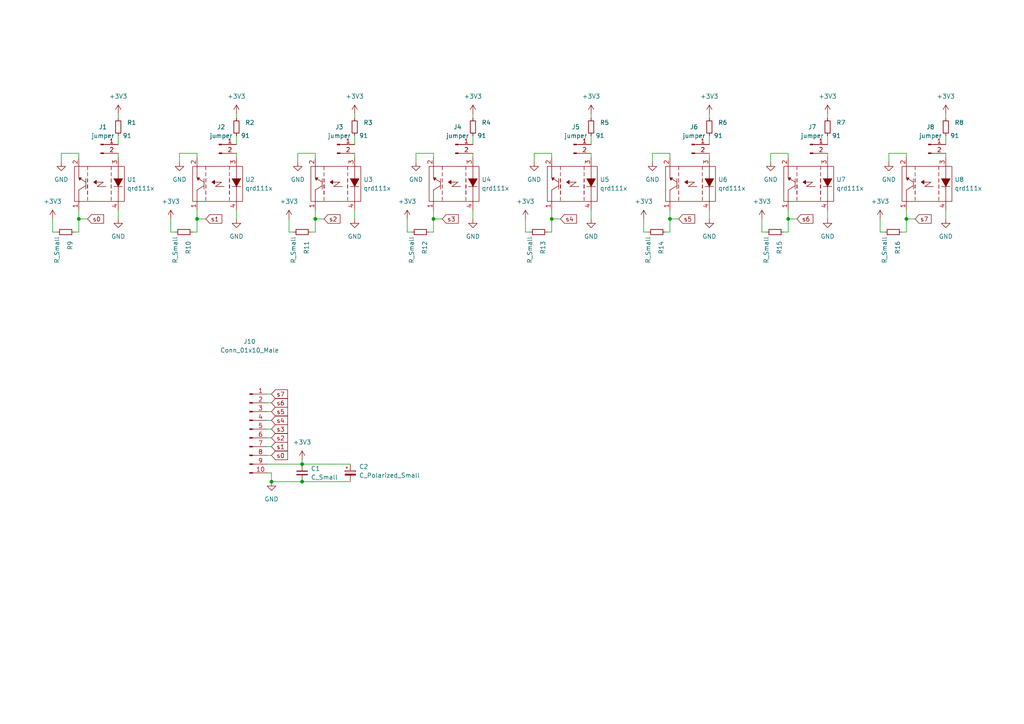
<source format=kicad_sch>
(kicad_sch (version 20211123) (generator eeschema)
  (paper "A4")
  (title_block (title "Line follower sensor qrd1114") (date "2022-07-07") (rev "0.1") (company "Solsticio") (comment 1 "mail: felipe.guajardo@solstic.io") (comment 2 "EE : Felipe Guajargo"))
  (lib_symbols
    (symbol "Connector:Conn_01x02_Male" (pin_names (offset 1.016) hide)
      (property "Reference" "J" (at 0 2.54 0))
      (property "Value" "Conn_01x02_Male" (at 0 -5.08 0))
      (symbol "Conn_01x02_Male_1_1"
        (polyline (pts (xy 1.27 -2.54) (xy 0.8636 -2.54)) (stroke (width 0.1524)))
        (polyline (pts (xy 1.27 0) (xy 0.8636 0)) (stroke (width 0.1524)))
        (rectangle (start 0.8636 -2.413) (end 0 -2.667) (stroke (width 0.1524)) (fill (type outline)))
        (rectangle (start 0.8636 0.127) (end 0 -0.127) (stroke (width 0.1524)) (fill (type outline)))
        (pin passive line (at 5.08 0 180) (length 3.81) (name "Pin_1") (number "1"))
        (pin passive line (at 5.08 -2.54 180) (length 3.81) (name "Pin_2") (number "2"))
      )
    )
    (symbol "Connector:Conn_01x10_Male" (pin_names (offset 1.016) hide)
      (property "Reference" "J" (at 0 12.7 0))
      (property "Value" "Conn_01x10_Male" (at 0 -15.24 0))
      (symbol "Conn_01x10_Male_1_1"
        (polyline (pts (xy 1.27 -12.7) (xy 0.8636 -12.7)) (stroke (width 0.1524)))
        (polyline (pts (xy 1.27 -10.16) (xy 0.8636 -10.16)) (stroke (width 0.1524)))
        (polyline (pts (xy 1.27 -7.62) (xy 0.8636 -7.62)) (stroke (width 0.1524)))
        (polyline (pts (xy 1.27 -5.08) (xy 0.8636 -5.08)) (stroke (width 0.1524)))
        (polyline (pts (xy 1.27 -2.54) (xy 0.8636 -2.54)) (stroke (width 0.1524)))
        (polyline (pts (xy 1.27 0) (xy 0.8636 0)) (stroke (width 0.1524)))
        (polyline (pts (xy 1.27 2.54) (xy 0.8636 2.54)) (stroke (width 0.1524)))
        (polyline (pts (xy 1.27 5.08) (xy 0.8636 5.08)) (stroke (width 0.1524)))
        (polyline (pts (xy 1.27 7.62) (xy 0.8636 7.62)) (stroke (width 0.1524)))
        (polyline (pts (xy 1.27 10.16) (xy 0.8636 10.16)) (stroke (width 0.1524)))
        (rectangle (start 0.8636 -12.573) (end 0 -12.827) (stroke (width 0.1524)) (fill (type outline)))
        (rectangle (start 0.8636 -10.033) (end 0 -10.287) (stroke (width 0.1524)) (fill (type outline)))
        (rectangle (start 0.8636 -7.493) (end 0 -7.747) (stroke (width 0.1524)) (fill (type outline)))
        (rectangle (start 0.8636 -4.953) (end 0 -5.207) (stroke (width 0.1524)) (fill (type outline)))
        (rectangle (start 0.8636 -2.413) (end 0 -2.667) (stroke (width 0.1524)) (fill (type outline)))
        (rectangle (start 0.8636 0.127) (end 0 -0.127) (stroke (width 0.1524)) (fill (type outline)))
        (rectangle (start 0.8636 2.667) (end 0 2.413) (stroke (width 0.1524)) (fill (type outline)))
        (rectangle (start 0.8636 5.207) (end 0 4.953) (stroke (width 0.1524)) (fill (type outline)))
        (rectangle (start 0.8636 7.747) (end 0 7.493) (stroke (width 0.1524)) (fill (type outline)))
        (rectangle (start 0.8636 10.287) (end 0 10.033) (stroke (width 0.1524)) (fill (type outline)))
        (pin passive line (at 5.08 10.16 180) (length 3.81) (name "Pin_1") (number "1"))
        (pin passive line (at 5.08 -12.7 180) (length 3.81) (name "Pin_10") (number "10"))
        (pin passive line (at 5.08 7.62 180) (length 3.81) (name "Pin_2") (number "2"))
        (pin passive line (at 5.08 5.08 180) (length 3.81) (name "Pin_3") (number "3"))
        (pin passive line (at 5.08 2.54 180) (length 3.81) (name "Pin_4") (number "4"))
        (pin passive line (at 5.08 0 180) (length 3.81) (name "Pin_5") (number "5"))
        (pin passive line (at 5.08 -2.54 180) (length 3.81) (name "Pin_6") (number "6"))
        (pin passive line (at 5.08 -5.08 180) (length 3.81) (name "Pin_7") (number "7"))
        (pin passive line (at 5.08 -7.62 180) (length 3.81) (name "Pin_8") (number "8"))
        (pin passive line (at 5.08 -10.16 180) (length 3.81) (name "Pin_9") (number "9"))
      )
    )
    (symbol "Device:C_Polarized_Small" (pin_numbers hide) (pin_names (offset 0.254) hide)
      (property "Reference" "C" (at 0.254 1.778 0))
      (property "Value" "C_Polarized_Small" (at 0.254 -2.032 0))
      (symbol "C_Polarized_Small_0_1"
        (rectangle (start -1.524 -0.3048) (end 1.524 -0.6858) (fill (type outline)))
        (rectangle (start -1.524 0.6858) (end 1.524 0.3048))
        (polyline (pts (xy -1.27 1.524) (xy -0.762 1.524)))
        (polyline (pts (xy -1.016 1.27) (xy -1.016 1.778)))
      )
      (symbol "C_Polarized_Small_1_1"
        (pin passive line (at 0 2.54 270) (length 1.8542) (name "~") (number "1"))
        (pin passive line (at 0 -2.54 90) (length 1.8542) (name "~") (number "2"))
      )
    )
    (symbol "Device:C_Small" (pin_numbers hide) (pin_names (offset 0.254) hide)
      (property "Reference" "C" (at 0.254 1.778 0))
      (property "Value" "C_Small" (at 0.254 -2.032 0))
      (symbol "C_Small_0_1"
        (polyline (pts (xy -1.524 -0.508) (xy 1.524 -0.508)) (stroke (width 0.3302)))
        (polyline (pts (xy -1.524 0.508) (xy 1.524 0.508)) (stroke (width 0.3048)))
      )
      (symbol "C_Small_1_1"
        (pin passive line (at 0 2.54 270) (length 2.032) (name "~") (number "1"))
        (pin passive line (at 0 -2.54 90) (length 2.032) (name "~") (number "2"))
      )
    )
    (symbol "Device:R_Small" (pin_numbers hide) (pin_names (offset 0.254) hide)
      (property "Reference" "R" (at 0.762 0.508 0))
      (property "Value" "R_Small" (at 0.762 -1.016 0))
      (symbol "R_Small_0_1"
        (rectangle (start -0.762 1.778) (end 0.762 -1.778) (stroke (width 0.2032)))
      )
      (symbol "R_Small_1_1"
        (pin passive line (at 0 2.54 270) (length 0.762) (name "~") (number "1"))
        (pin passive line (at 0 -2.54 90) (length 0.762) (name "~") (number "2"))
      )
    )
    (symbol "power:+3V3" (power) (pin_names (offset 0))
      (property "Value" "+3V3" (at 0 3.556 0))
      (symbol "+3V3_0_1"
        (polyline (pts (xy -0.762 1.27) (xy 0 2.54)))
        (polyline (pts (xy 0 0) (xy 0 2.54)))
        (polyline (pts (xy 0 2.54) (xy 0.762 1.27)))
      )
      (symbol "+3V3_1_1"
        (pin power_in line (at 0 0 90) (length 0) hide (name "+3V3") (number "1"))
      )
    )
    (symbol "power:GND" (power) (pin_names (offset 0))
      (property "Value" "GND" (at 0 -3.81 0))
      (symbol "GND_0_1"
        (polyline (pts (xy 0 0) (xy 0 -1.27) (xy 1.27 -1.27) (xy 0 -2.54) (xy -1.27 -1.27) (xy 0 -1.27)))
      )
      (symbol "GND_1_1"
        (pin power_in line (at 0 0 270) (length 0) hide (name "GND") (number "1"))
      )
    )
    (symbol "qrd_on_semi:qrd111x"
      (property "Reference" "U" (at -3.81 -6.35 0))
      (property "Value" "qrd111x" (at 0 6.35 0))
      (symbol "qrd111x_0_1"
        (rectangle (start -7.62 5.08) (end 6.858 -5.08))
        (polyline (pts (xy -6.35 -1.778) (xy -6.35 -5.08)))
        (polyline (pts (xy -6.35 -1.778) (xy -4.318 -0.508)))
        (polyline (pts (xy -6.35 1.778) (xy -4.318 0.508)))
        (polyline (pts (xy -6.35 5.08) (xy -6.35 1.778)))
        (polyline (pts (xy -4.318 0) (xy -4.318 -1.524)))
        (polyline (pts (xy -4.318 0) (xy -4.318 1.524)))
        (polyline (pts (xy 5.08 5.08) (xy 5.08 -5.08)))
        (polyline (pts (xy 6.35 -0.762) (xy 3.81 -0.762)))
        (polyline (pts (xy -3.81 -3.81) (xy -3.81 -4.826) (xy -3.81 -4.572)))
        (polyline (pts (xy -3.81 -2.032) (xy -3.81 -3.048) (xy -3.81 -2.794)))
        (polyline (pts (xy -3.81 -2.032) (xy -3.81 -3.048) (xy -3.81 -2.794)))
        (polyline (pts (xy -3.81 -0.254) (xy -3.81 -1.27) (xy -3.81 -1.016)))
        (polyline (pts (xy -3.81 -0.254) (xy -3.81 -1.27) (xy -3.81 -1.016)))
        (polyline (pts (xy -3.81 -0.254) (xy -3.81 -1.27) (xy -3.81 -1.016)))
        (polyline (pts (xy -3.81 1.524) (xy -3.81 0.508) (xy -3.81 0.762)))
        (polyline (pts (xy -3.81 1.524) (xy -3.81 0.508) (xy -3.81 0.762)))
        (polyline (pts (xy -3.81 3.302) (xy -3.81 2.286) (xy -3.81 2.54)))
        (polyline (pts (xy -3.81 5.08) (xy -3.81 4.064) (xy -3.81 4.318)))
        (polyline (pts (xy 3.048 -3.81) (xy 3.048 -4.826) (xy 3.048 -4.572)))
        (polyline (pts (xy 3.048 -2.032) (xy 3.048 -3.048) (xy 3.048 -2.794)))
        (polyline (pts (xy 3.048 -2.032) (xy 3.048 -3.048) (xy 3.048 -2.794)))
        (polyline (pts (xy 3.048 -0.254) (xy 3.048 -1.27) (xy 3.048 -1.016)))
        (polyline (pts (xy 3.048 -0.254) (xy 3.048 -1.27) (xy 3.048 -1.016)))
        (polyline (pts (xy 3.048 -0.254) (xy 3.048 -1.27) (xy 3.048 -1.016)))
        (polyline (pts (xy 3.048 1.524) (xy 3.048 0.508) (xy 3.048 0.762)))
        (polyline (pts (xy 3.048 1.524) (xy 3.048 0.508) (xy 3.048 0.762)))
        (polyline (pts (xy 3.048 3.302) (xy 3.048 2.286) (xy 3.048 2.54)))
        (polyline (pts (xy 3.048 5.08) (xy 3.048 4.064) (xy 3.048 4.318)))
        (polyline (pts (xy -6.35 1.778) (xy -5.588 1.778) (xy -6.096 1.016) (xy -6.35 1.778)) (fill (type outline)))
        (polyline (pts (xy -1.27 1.016) (xy -2.032 0.508) (xy -1.27 0) (xy -1.27 1.016)) (fill (type outline)))
        (polyline (pts (xy 3.81 1.524) (xy 6.35 1.524) (xy 5.08 -0.762) (xy 3.81 1.524)) (fill (type outline)))
        (polyline (pts (xy 1.524 -0.762) (xy -1.016 -0.762) (xy 0.762 0.508) (xy -2.032 0.508) (xy -1.27 1.016) (xy -1.27 0) (xy -2.032 0.508)))
      )
      (symbol "qrd111x_1_1"
        (pin input line (at -6.35 -7.62 90) (length 2.54) (name "") (number "1"))
        (pin input line (at -6.35 7.62 270) (length 2.54) (name "") (number "2"))
        (pin input line (at 5.08 7.62 270) (length 2.54) (name "") (number "3"))
        (pin input line (at 5.08 -7.62 90) (length 2.54) (name "") (number "4"))
      )
    )
  )
  (junction (at 228.6 63.5))
  (junction (at 160.02 63.5))
  (junction (at 87.63 134.62))
  (junction (at 262.89 63.5))
  (junction (at 78.74 139.7))
  (junction (at 125.73 63.5))
  (junction (at 57.15 63.5))
  (junction (at 91.44 63.5))
  (junction (at 194.31 63.5))
  (junction (at 22.86 63.5))
  (junction (at 87.63 139.7))
  (wire (pts (xy 240.03 60.96) (xy 240.03 63.5)))
  (wire (pts (xy 50.8 67.31) (xy 49.53 67.31)))
  (wire (pts (xy 21.59 67.31) (xy 22.86 67.31)))
  (wire (pts (xy 77.47 134.62) (xy 87.63 134.62)))
  (wire (pts (xy 196.85 63.5) (xy 194.31 63.5)))
  (wire (pts (xy 52.07 44.45) (xy 57.15 44.45)))
  (wire (pts (xy 77.47 137.16) (xy 78.74 137.16)))
  (wire (pts (xy 205.74 60.96) (xy 205.74 63.5)))
  (wire (pts (xy 22.86 63.5) (xy 22.86 60.96)))
  (wire (pts (xy 137.16 60.96) (xy 137.16 63.5)))
  (wire (pts (xy 154.94 44.45) (xy 160.02 44.45)))
  (wire (pts (xy 34.29 33.02) (xy 34.29 34.29)))
  (wire (pts (xy 256.54 67.31) (xy 255.27 67.31)))
  (wire (pts (xy 160.02 67.31) (xy 160.02 63.5)))
  (wire (pts (xy 78.74 139.7) (xy 87.63 139.7)))
  (wire (pts (xy 86.36 44.45) (xy 91.44 44.45)))
  (wire (pts (xy 125.73 44.45) (xy 125.73 45.72)))
  (wire (pts (xy 228.6 63.5) (xy 228.6 60.96)))
  (wire (pts (xy 153.67 67.31) (xy 152.4 67.31)))
  (wire (pts (xy 261.62 67.31) (xy 262.89 67.31)))
  (wire (pts (xy 125.73 63.5) (xy 125.73 60.96)))
  (wire (pts (xy 87.63 134.62) (xy 101.6 134.62)))
  (wire (pts (xy 34.29 39.37) (xy 34.29 41.91)))
  (wire (pts (xy 274.32 60.96) (xy 274.32 63.5)))
  (wire (pts (xy 137.16 44.45) (xy 137.16 45.72)))
  (wire (pts (xy 223.52 44.45) (xy 228.6 44.45)))
  (wire (pts (xy 205.74 33.02) (xy 205.74 34.29)))
  (wire (pts (xy 222.25 67.31) (xy 220.98 67.31)))
  (wire (pts (xy 102.87 44.45) (xy 102.87 45.72)))
  (wire (pts (xy 17.78 44.45) (xy 22.86 44.45)))
  (wire (pts (xy 102.87 60.96) (xy 102.87 63.5)))
  (wire (pts (xy 55.88 67.31) (xy 57.15 67.31)))
  (wire (pts (xy 90.17 67.31) (xy 91.44 67.31)))
  (wire (pts (xy 120.65 44.45) (xy 125.73 44.45)))
  (wire (pts (xy 257.81 44.45) (xy 257.81 46.99)))
  (wire (pts (xy 274.32 39.37) (xy 274.32 41.91)))
  (wire (pts (xy 205.74 44.45) (xy 205.74 45.72)))
  (wire (pts (xy 93.98 63.5) (xy 91.44 63.5)))
  (wire (pts (xy 227.33 67.31) (xy 228.6 67.31)))
  (wire (pts (xy 223.52 44.45) (xy 223.52 46.99)))
  (wire (pts (xy 16.51 67.31) (xy 15.24 67.31)))
  (wire (pts (xy 194.31 63.5) (xy 194.31 60.96)))
  (wire (pts (xy 120.65 44.45) (xy 120.65 46.99)))
  (wire (pts (xy 91.44 44.45) (xy 91.44 45.72)))
  (wire (pts (xy 228.6 67.31) (xy 228.6 63.5)))
  (wire (pts (xy 57.15 63.5) (xy 57.15 60.96)))
  (wire (pts (xy 34.29 60.96) (xy 34.29 63.5)))
  (wire (pts (xy 125.73 67.31) (xy 125.73 63.5)))
  (wire (pts (xy 262.89 44.45) (xy 262.89 45.72)))
  (wire (pts (xy 137.16 33.02) (xy 137.16 34.29)))
  (wire (pts (xy 274.32 44.45) (xy 274.32 45.72)))
  (wire (pts (xy 91.44 67.31) (xy 91.44 63.5)))
  (wire (pts (xy 77.47 129.54) (xy 78.74 129.54)))
  (wire (pts (xy 265.43 63.5) (xy 262.89 63.5)))
  (wire (pts (xy 34.29 44.45) (xy 34.29 45.72)))
  (wire (pts (xy 262.89 63.5) (xy 262.89 60.96)))
  (wire (pts (xy 59.69 63.5) (xy 57.15 63.5)))
  (wire (pts (xy 77.47 121.92) (xy 78.74 121.92)))
  (wire (pts (xy 77.47 127) (xy 78.74 127)))
  (wire (pts (xy 137.16 39.37) (xy 137.16 41.91)))
  (wire (pts (xy 255.27 67.31) (xy 255.27 63.5)))
  (wire (pts (xy 220.98 67.31) (xy 220.98 63.5)))
  (wire (pts (xy 162.56 63.5) (xy 160.02 63.5)))
  (wire (pts (xy 85.09 67.31) (xy 83.82 67.31)))
  (wire (pts (xy 86.36 44.45) (xy 86.36 46.99)))
  (wire (pts (xy 228.6 44.45) (xy 228.6 45.72)))
  (wire (pts (xy 171.45 44.45) (xy 171.45 45.72)))
  (wire (pts (xy 160.02 63.5) (xy 160.02 60.96)))
  (wire (pts (xy 257.81 44.45) (xy 262.89 44.45)))
  (wire (pts (xy 57.15 67.31) (xy 57.15 63.5)))
  (wire (pts (xy 189.23 44.45) (xy 194.31 44.45)))
  (wire (pts (xy 193.04 67.31) (xy 194.31 67.31)))
  (wire (pts (xy 15.24 67.31) (xy 15.24 63.5)))
  (wire (pts (xy 240.03 44.45) (xy 240.03 45.72)))
  (wire (pts (xy 194.31 67.31) (xy 194.31 63.5)))
  (wire (pts (xy 158.75 67.31) (xy 160.02 67.31)))
  (wire (pts (xy 77.47 132.08) (xy 78.74 132.08)))
  (wire (pts (xy 78.74 137.16) (xy 78.74 139.7)))
  (wire (pts (xy 68.58 39.37) (xy 68.58 41.91)))
  (wire (pts (xy 22.86 67.31) (xy 22.86 63.5)))
  (wire (pts (xy 189.23 44.45) (xy 189.23 46.99)))
  (wire (pts (xy 231.14 63.5) (xy 228.6 63.5)))
  (wire (pts (xy 17.78 44.45) (xy 17.78 46.99)))
  (wire (pts (xy 25.4 63.5) (xy 22.86 63.5)))
  (wire (pts (xy 57.15 44.45) (xy 57.15 45.72)))
  (wire (pts (xy 77.47 124.46) (xy 78.74 124.46)))
  (wire (pts (xy 240.03 33.02) (xy 240.03 34.29)))
  (wire (pts (xy 160.02 44.45) (xy 160.02 45.72)))
  (wire (pts (xy 187.96 67.31) (xy 186.69 67.31)))
  (wire (pts (xy 68.58 60.96) (xy 68.58 63.5)))
  (wire (pts (xy 77.47 116.84) (xy 78.74 116.84)))
  (wire (pts (xy 274.32 33.02) (xy 274.32 34.29)))
  (wire (pts (xy 194.31 44.45) (xy 194.31 45.72)))
  (wire (pts (xy 91.44 63.5) (xy 91.44 60.96)))
  (wire (pts (xy 77.47 119.38) (xy 78.74 119.38)))
  (wire (pts (xy 52.07 44.45) (xy 52.07 46.99)))
  (wire (pts (xy 68.58 33.02) (xy 68.58 34.29)))
  (wire (pts (xy 77.47 114.3) (xy 78.74 114.3)))
  (wire (pts (xy 262.89 67.31) (xy 262.89 63.5)))
  (wire (pts (xy 240.03 39.37) (xy 240.03 41.91)))
  (wire (pts (xy 152.4 67.31) (xy 152.4 63.5)))
  (wire (pts (xy 83.82 67.31) (xy 83.82 63.5)))
  (wire (pts (xy 102.87 33.02) (xy 102.87 34.29)))
  (wire (pts (xy 154.94 44.45) (xy 154.94 46.99)))
  (wire (pts (xy 102.87 39.37) (xy 102.87 41.91)))
  (wire (pts (xy 119.38 67.31) (xy 118.11 67.31)))
  (wire (pts (xy 49.53 67.31) (xy 49.53 63.5)))
  (wire (pts (xy 87.63 133.35) (xy 87.63 134.62)))
  (wire (pts (xy 22.86 44.45) (xy 22.86 45.72)))
  (wire (pts (xy 186.69 67.31) (xy 186.69 63.5)))
  (wire (pts (xy 68.58 44.45) (xy 68.58 45.72)))
  (wire (pts (xy 128.27 63.5) (xy 125.73 63.5)))
  (wire (pts (xy 87.63 139.7) (xy 101.6 139.7)))
  (wire (pts (xy 124.46 67.31) (xy 125.73 67.31)))
  (wire (pts (xy 171.45 33.02) (xy 171.45 34.29)))
  (wire (pts (xy 118.11 67.31) (xy 118.11 63.5)))
  (wire (pts (xy 171.45 39.37) (xy 171.45 41.91)))
  (wire (pts (xy 205.74 39.37) (xy 205.74 41.91)))
  (wire (pts (xy 171.45 60.96) (xy 171.45 63.5)))
  (global_label "s4" (shape input) (at 78.74 121.92 0) (property "Intersheet References" "${INTERSHEET_REFS}" (effects hide)))
  (global_label "s0" (shape input) (at 25.4 63.5 0) (property "Intersheet References" "${INTERSHEET_REFS}" (effects hide)))
  (global_label "s7" (shape input) (at 265.43 63.5 0) (property "Intersheet References" "${INTERSHEET_REFS}" (effects hide)))
  (global_label "s0" (shape input) (at 78.74 132.08 0) (property "Intersheet References" "${INTERSHEET_REFS}" (effects hide)))
  (global_label "s3" (shape input) (at 78.74 124.46 0) (property "Intersheet References" "${INTERSHEET_REFS}" (effects hide)))
  (global_label "s4" (shape input) (at 162.56 63.5 0) (property "Intersheet References" "${INTERSHEET_REFS}" (effects hide)))
  (global_label "s5" (shape input) (at 78.74 119.38 0) (property "Intersheet References" "${INTERSHEET_REFS}" (effects hide)))
  (global_label "s1" (shape input) (at 78.74 129.54 0) (property "Intersheet References" "${INTERSHEET_REFS}" (effects hide)))
  (global_label "s2" (shape input) (at 93.98 63.5 0) (property "Intersheet References" "${INTERSHEET_REFS}" (effects hide)))
  (global_label "s2" (shape input) (at 78.74 127 0) (property "Intersheet References" "${INTERSHEET_REFS}" (effects hide)))
  (global_label "s1" (shape input) (at 59.69 63.5 0) (property "Intersheet References" "${INTERSHEET_REFS}" (effects hide)))
  (global_label "s7" (shape input) (at 78.74 114.3 0) (property "Intersheet References" "${INTERSHEET_REFS}" (effects hide)))
  (global_label "s6" (shape input) (at 231.14 63.5 0) (property "Intersheet References" "${INTERSHEET_REFS}" (effects hide)))
  (global_label "s5" (shape input) (at 196.85 63.5 0) (property "Intersheet References" "${INTERSHEET_REFS}" (effects hide)))
  (global_label "s6" (shape input) (at 78.74 116.84 0) (property "Intersheet References" "${INTERSHEET_REFS}" (effects hide)))
  (global_label "s3" (shape input) (at 128.27 63.5 0) (property "Intersheet References" "${INTERSHEET_REFS}" (effects hide)))
  (symbol (lib_id "power:GND") (at 102.87 63.5 0) (unit 1)
    (property "Reference" "#PWR022" (effects hide))
    (property "Value" "GND" (at 102.87 68.58 0))
  )
  (symbol (lib_id "Device:R_Small") (at 53.34 67.31 270) (unit 1)
    (property "Reference" "R10" (at 54.6101 69.85 0) (effects (justify left)))
    (property "Value" "R_Small" (at 50.8 68.58 0) (effects (justify left)))
    (property "Footprint" "Resistor_SMD:R_0805_2012Metric_Pad1.20x1.40mm_HandSolder" (effects hide))
  )
  (symbol (lib_id "power:GND") (at 189.23 46.99 0) (unit 1)
    (property "Reference" "#PWR014" (effects hide))
    (property "Value" "GND" (at 189.23 52.07 0))
  )
  (symbol (lib_id "power:GND") (at 171.45 63.5 0) (unit 1)
    (property "Reference" "#PWR026" (effects hide))
    (property "Value" "GND" (at 171.45 68.58 0))
  )
  (symbol (lib_id "Device:R_Small") (at 137.16 36.83 0) (unit 1)
    (property "Reference" "R4" (at 139.7 35.5599 0) (effects (justify left)))
    (property "Value" "91" (at 138.43 39.37 0) (effects (justify left)))
    (property "Footprint" "Resistor_SMD:R_0805_2012Metric_Pad1.20x1.40mm_HandSolder" (effects hide))
  )
  (symbol (lib_id "power:+3V3") (at 255.27 63.5 0) (unit 1)
    (property "Reference" "#PWR031" (effects hide))
    (property "Value" "+3V3" (at 255.27 58.42 0))
  )
  (symbol (lib_id "Device:R_Small") (at 171.45 36.83 0) (unit 1)
    (property "Reference" "R5" (at 173.99 35.5599 0) (effects (justify left)))
    (property "Value" "91" (at 172.72 39.37 0) (effects (justify left)))
    (property "Footprint" "Resistor_SMD:R_0805_2012Metric_Pad1.20x1.40mm_HandSolder" (effects hide))
  )
  (symbol (lib_id "Connector:Conn_01x02_Male") (at 234.95 41.91 0) (unit 1)
    (property "Reference" "J7" (at 235.585 36.83 0))
    (property "Value" "jumper" (at 235.585 39.37 0))
    (property "Footprint" "Connector_PinSocket_2.54mm:PinSocket_1x02_P2.54mm_Vertical" (effects hide))
  )
  (symbol (lib_id "Device:R_Small") (at 19.05 67.31 270) (unit 1)
    (property "Reference" "R9" (at 20.3201 69.85 0) (effects (justify left)))
    (property "Value" "R_Small" (at 16.51 68.58 0) (effects (justify left)))
    (property "Footprint" "Resistor_SMD:R_0805_2012Metric_Pad1.20x1.40mm_HandSolder" (effects hide))
  )
  (symbol (lib_id "power:GND") (at 34.29 63.5 0) (unit 1)
    (property "Reference" "#PWR018" (effects hide))
    (property "Value" "GND" (at 34.29 68.58 0))
  )
  (symbol (lib_id "Device:R_Small") (at 34.29 36.83 0) (unit 1)
    (property "Reference" "R1" (at 36.83 35.5599 0) (effects (justify left)))
    (property "Value" "91" (at 35.56 39.37 0) (effects (justify left)))
    (property "Footprint" "Resistor_SMD:R_0805_2012Metric_Pad1.20x1.40mm_HandSolder" (effects hide))
  )
  (symbol (lib_id "qrd_on_semi:qrd111x") (at 63.5 53.34 0) (unit 1)
    (property "Reference" "U2" (at 71.12 52.0699 0) (effects (justify left)))
    (property "Value" "qrd111x" (at 71.12 54.6099 0) (effects (justify left)))
    (property "Footprint" "qrd111x:qrd111x" (effects hide))
  )
  (symbol (lib_id "power:+3V3") (at 87.63 133.35 0) (unit 1)
    (property "Reference" "#PWR037" (effects hide))
    (property "Value" "+3V3" (at 87.63 128.27 0))
  )
  (symbol (lib_id "Device:R_Small") (at 259.08 67.31 270) (unit 1)
    (property "Reference" "R16" (at 260.3501 69.85 0) (effects (justify left)))
    (property "Value" "R_Small" (at 256.54 68.58 0) (effects (justify left)))
    (property "Footprint" "Resistor_SMD:R_0805_2012Metric_Pad1.20x1.40mm_HandSolder" (effects hide))
  )
  (symbol (lib_id "Device:R_Small") (at 274.32 36.83 0) (unit 1)
    (property "Reference" "R8" (at 276.86 35.5599 0) (effects (justify left)))
    (property "Value" "91" (at 275.59 39.37 0) (effects (justify left)))
    (property "Footprint" "Resistor_SMD:R_0805_2012Metric_Pad1.20x1.40mm_HandSolder" (effects hide))
  )
  (symbol (lib_id "power:GND") (at 78.74 139.7 0) (unit 1)
    (property "Reference" "#PWR038" (effects hide))
    (property "Value" "GND" (at 78.74 144.78 0))
  )
  (symbol (lib_id "Connector:Conn_01x02_Male") (at 29.21 41.91 0) (unit 1)
    (property "Reference" "J1" (at 29.845 36.83 0))
    (property "Value" "jumper" (at 29.845 39.37 0))
    (property "Footprint" "Connector_PinSocket_2.54mm:PinSocket_1x02_P2.54mm_Vertical" (effects hide))
  )
  (symbol (lib_id "qrd_on_semi:qrd111x") (at 29.21 53.34 0) (unit 1)
    (property "Reference" "U1" (at 36.83 52.0699 0) (effects (justify left)))
    (property "Value" "qrd111x" (at 36.83 54.6099 0) (effects (justify left)))
    (property "Footprint" "qrd111x:qrd111x" (effects hide))
  )
  (symbol (lib_id "Connector:Conn_01x02_Male") (at 200.66 41.91 0) (unit 1)
    (property "Reference" "J6" (at 201.295 36.83 0))
    (property "Value" "jumper" (at 201.295 39.37 0))
    (property "Footprint" "Connector_PinSocket_2.54mm:PinSocket_1x02_P2.54mm_Vertical" (effects hide))
  )
  (symbol (lib_id "power:GND") (at 52.07 46.99 0) (unit 1)
    (property "Reference" "#PWR010" (effects hide))
    (property "Value" "GND" (at 52.07 52.07 0))
  )
  (symbol (lib_id "power:+3V3") (at 205.74 33.02 0) (unit 1)
    (property "Reference" "#PWR06" (effects hide))
    (property "Value" "+3V3" (at 205.74 27.94 0))
  )
  (symbol (lib_id "Device:R_Small") (at 87.63 67.31 270) (unit 1)
    (property "Reference" "R11" (at 88.9001 69.85 0) (effects (justify left)))
    (property "Value" "R_Small" (at 85.09 68.58 0) (effects (justify left)))
    (property "Footprint" "Resistor_SMD:R_0805_2012Metric_Pad1.20x1.40mm_HandSolder" (effects hide))
  )
  (symbol (lib_id "power:+3V3") (at 274.32 33.02 0) (unit 1)
    (property "Reference" "#PWR08" (effects hide))
    (property "Value" "+3V3" (at 274.32 27.94 0))
  )
  (symbol (lib_id "power:GND") (at 257.81 46.99 0) (unit 1)
    (property "Reference" "#PWR016" (effects hide))
    (property "Value" "GND" (at 257.81 52.07 0))
  )
  (symbol (lib_id "Device:C_Small") (at 87.63 137.16 0) (unit 1)
    (property "Reference" "C1" (at 90.17 135.8962 0) (effects (justify left)))
    (property "Value" "C_Small" (at 90.17 138.4362 0) (effects (justify left)))
    (property "Footprint" "Capacitor_THT:C_Axial_L3.8mm_D2.6mm_P7.50mm_Horizontal" (effects hide))
  )
  (symbol (lib_id "Connector:Conn_01x02_Male") (at 132.08 41.91 0) (unit 1)
    (property "Reference" "J4" (at 132.715 36.83 0))
    (property "Value" "jumper" (at 132.715 39.37 0))
    (property "Footprint" "Connector_PinSocket_2.54mm:PinSocket_1x02_P2.54mm_Vertical" (effects hide))
  )
  (symbol (lib_id "power:+3V3") (at 220.98 63.5 0) (unit 1)
    (property "Reference" "#PWR029" (effects hide))
    (property "Value" "+3V3" (at 220.98 58.42 0))
  )
  (symbol (lib_id "power:GND") (at 274.32 63.5 0) (unit 1)
    (property "Reference" "#PWR032" (effects hide))
    (property "Value" "GND" (at 274.32 68.58 0))
  )
  (symbol (lib_id "power:GND") (at 223.52 46.99 0) (unit 1)
    (property "Reference" "#PWR015" (effects hide))
    (property "Value" "GND" (at 223.52 52.07 0))
  )
  (symbol (lib_id "power:+3V3") (at 240.03 33.02 0) (unit 1)
    (property "Reference" "#PWR07" (effects hide))
    (property "Value" "+3V3" (at 240.03 27.94 0))
  )
  (symbol (lib_id "Connector:Conn_01x02_Male") (at 63.5 41.91 0) (unit 1)
    (property "Reference" "J2" (at 64.135 36.83 0))
    (property "Value" "jumper" (at 64.135 39.37 0))
    (property "Footprint" "Connector_PinSocket_2.54mm:PinSocket_1x02_P2.54mm_Vertical" (effects hide))
  )
  (symbol (lib_id "power:+3V3") (at 152.4 63.5 0) (unit 1)
    (property "Reference" "#PWR025" (effects hide))
    (property "Value" "+3V3" (at 152.4 58.42 0))
  )
  (symbol (lib_id "power:+3V3") (at 34.29 33.02 0) (unit 1)
    (property "Reference" "#PWR01" (effects hide))
    (property "Value" "+3V3" (at 34.29 27.94 0))
  )
  (symbol (lib_id "power:+3V3") (at 102.87 33.02 0) (unit 1)
    (property "Reference" "#PWR03" (effects hide))
    (property "Value" "+3V3" (at 102.87 27.94 0))
  )
  (symbol (lib_id "Device:R_Small") (at 205.74 36.83 0) (unit 1)
    (property "Reference" "R6" (at 208.28 35.5599 0) (effects (justify left)))
    (property "Value" "91" (at 207.01 39.37 0) (effects (justify left)))
    (property "Footprint" "Resistor_SMD:R_0805_2012Metric_Pad1.20x1.40mm_HandSolder" (effects hide))
  )
  (symbol (lib_id "power:+3V3") (at 83.82 63.5 0) (unit 1)
    (property "Reference" "#PWR021" (effects hide))
    (property "Value" "+3V3" (at 83.82 58.42 0))
  )
  (symbol (lib_id "Device:R_Small") (at 190.5 67.31 270) (unit 1)
    (property "Reference" "R14" (at 191.7701 69.85 0) (effects (justify left)))
    (property "Value" "R_Small" (at 187.96 68.58 0) (effects (justify left)))
    (property "Footprint" "Resistor_SMD:R_0805_2012Metric_Pad1.20x1.40mm_HandSolder" (effects hide))
  )
  (symbol (lib_id "Connector:Conn_01x02_Male") (at 97.79 41.91 0) (unit 1)
    (property "Reference" "J3" (at 98.425 36.83 0))
    (property "Value" "jumper" (at 98.425 39.37 0))
    (property "Footprint" "Connector_PinSocket_2.54mm:PinSocket_1x02_P2.54mm_Vertical" (effects hide))
  )
  (symbol (lib_id "power:+3V3") (at 137.16 33.02 0) (unit 1)
    (property "Reference" "#PWR04" (effects hide))
    (property "Value" "+3V3" (at 137.16 27.94 0))
  )
  (symbol (lib_id "power:+3V3") (at 49.53 63.5 0) (unit 1)
    (property "Reference" "#PWR019" (effects hide))
    (property "Value" "+3V3" (at 49.53 58.42 0))
  )
  (symbol (lib_id "power:GND") (at 137.16 63.5 0) (unit 1)
    (property "Reference" "#PWR024" (effects hide))
    (property "Value" "GND" (at 137.16 68.58 0))
  )
  (symbol (lib_id "Device:R_Small") (at 102.87 36.83 0) (unit 1)
    (property "Reference" "R3" (at 105.41 35.5599 0) (effects (justify left)))
    (property "Value" "91" (at 104.14 39.37 0) (effects (justify left)))
    (property "Footprint" "Resistor_SMD:R_0805_2012Metric_Pad1.20x1.40mm_HandSolder" (effects hide))
  )
  (symbol (lib_id "power:GND") (at 205.74 63.5 0) (unit 1)
    (property "Reference" "#PWR028" (effects hide))
    (property "Value" "GND" (at 205.74 68.58 0))
  )
  (symbol (lib_id "qrd_on_semi:qrd111x") (at 269.24 53.34 0) (unit 1)
    (property "Reference" "U8" (at 276.86 52.0699 0) (effects (justify left)))
    (property "Value" "qrd111x" (at 276.86 54.6099 0) (effects (justify left)))
    (property "Footprint" "qrd111x:qrd111x" (effects hide))
  )
  (symbol (lib_id "qrd_on_semi:qrd111x") (at 132.08 53.34 0) (unit 1)
    (property "Reference" "U4" (at 139.7 52.0699 0) (effects (justify left)))
    (property "Value" "qrd111x" (at 139.7 54.6099 0) (effects (justify left)))
    (property "Footprint" "qrd111x:qrd111x" (effects hide))
  )
  (symbol (lib_id "power:GND") (at 240.03 63.5 0) (unit 1)
    (property "Reference" "#PWR030" (effects hide))
    (property "Value" "GND" (at 240.03 68.58 0))
  )
  (symbol (lib_id "Device:R_Small") (at 68.58 36.83 0) (unit 1)
    (property "Reference" "R2" (at 71.12 35.5599 0) (effects (justify left)))
    (property "Value" "91" (at 69.85 39.37 0) (effects (justify left)))
    (property "Footprint" "Resistor_SMD:R_0805_2012Metric_Pad1.20x1.40mm_HandSolder" (effects hide))
  )
  (symbol (lib_id "power:+3V3") (at 15.24 63.5 0) (unit 1)
    (property "Reference" "#PWR017" (effects hide))
    (property "Value" "+3V3" (at 15.24 58.42 0))
  )
  (symbol (lib_id "Device:R_Small") (at 156.21 67.31 270) (unit 1)
    (property "Reference" "R13" (at 157.4801 69.85 0) (effects (justify left)))
    (property "Value" "R_Small" (at 153.67 68.58 0) (effects (justify left)))
    (property "Footprint" "Resistor_SMD:R_0805_2012Metric_Pad1.20x1.40mm_HandSolder" (effects hide))
  )
  (symbol (lib_id "power:GND") (at 68.58 63.5 0) (unit 1)
    (property "Reference" "#PWR020" (effects hide))
    (property "Value" "GND" (at 68.58 68.58 0))
  )
  (symbol (lib_id "qrd_on_semi:qrd111x") (at 97.79 53.34 0) (unit 1)
    (property "Reference" "U3" (at 105.41 52.0699 0) (effects (justify left)))
    (property "Value" "qrd111x" (at 105.41 54.6099 0) (effects (justify left)))
    (property "Footprint" "qrd111x:qrd111x" (effects hide))
  )
  (symbol (lib_id "Device:R_Small") (at 240.03 36.83 0) (unit 1)
    (property "Reference" "R7" (at 242.57 35.5599 0) (effects (justify left)))
    (property "Value" "91" (at 241.3 39.37 0) (effects (justify left)))
    (property "Footprint" "Resistor_SMD:R_0805_2012Metric_Pad1.20x1.40mm_HandSolder" (effects hide))
  )
  (symbol (lib_id "Connector:Conn_01x02_Male") (at 269.24 41.91 0) (unit 1)
    (property "Reference" "J8" (at 269.875 36.83 0))
    (property "Value" "jumper" (at 269.875 39.37 0))
    (property "Footprint" "Connector_PinSocket_2.54mm:PinSocket_1x02_P2.54mm_Vertical" (effects hide))
  )
  (symbol (lib_id "power:+3V3") (at 118.11 63.5 0) (unit 1)
    (property "Reference" "#PWR023" (effects hide))
    (property "Value" "+3V3" (at 118.11 58.42 0))
  )
  (symbol (lib_id "power:GND") (at 154.94 46.99 0) (unit 1)
    (property "Reference" "#PWR013" (effects hide))
    (property "Value" "GND" (at 154.94 52.07 0))
  )
  (symbol (lib_id "Device:C_Polarized_Small") (at 101.6 137.16 0) (unit 1)
    (property "Reference" "C2" (at 104.14 135.3438 0) (effects (justify left)))
    (property "Value" "C_Polarized_Small" (at 104.14 137.8838 0) (effects (justify left)))
    (property "Footprint" "Capacitor_THT:CP_Radial_D8.0mm_P5.00mm" (effects hide))
  )
  (symbol (lib_id "power:GND") (at 120.65 46.99 0) (unit 1)
    (property "Reference" "#PWR012" (effects hide))
    (property "Value" "GND" (at 120.65 52.07 0))
  )
  (symbol (lib_id "qrd_on_semi:qrd111x") (at 166.37 53.34 0) (unit 1)
    (property "Reference" "U5" (at 173.99 52.0699 0) (effects (justify left)))
    (property "Value" "qrd111x" (at 173.99 54.6099 0) (effects (justify left)))
    (property "Footprint" "qrd111x:qrd111x" (effects hide))
  )
  (symbol (lib_id "power:GND") (at 86.36 46.99 0) (unit 1)
    (property "Reference" "#PWR011" (effects hide))
    (property "Value" "GND" (at 86.36 52.07 0))
  )
  (symbol (lib_id "power:+3V3") (at 171.45 33.02 0) (unit 1)
    (property "Reference" "#PWR05" (effects hide))
    (property "Value" "+3V3" (at 171.45 27.94 0))
  )
  (symbol (lib_id "Connector:Conn_01x02_Male") (at 166.37 41.91 0) (unit 1)
    (property "Reference" "J5" (at 167.005 36.83 0))
    (property "Value" "jumper" (at 167.005 39.37 0))
    (property "Footprint" "Connector_PinSocket_2.54mm:PinSocket_1x02_P2.54mm_Vertical" (effects hide))
  )
  (symbol (lib_id "power:GND") (at 17.78 46.99 0) (unit 1)
    (property "Reference" "#PWR09" (effects hide))
    (property "Value" "GND" (at 17.78 52.07 0))
  )
  (symbol (lib_id "Device:R_Small") (at 224.79 67.31 270) (unit 1)
    (property "Reference" "R15" (at 226.0601 69.85 0) (effects (justify left)))
    (property "Value" "R_Small" (at 222.25 68.58 0) (effects (justify left)))
    (property "Footprint" "Resistor_SMD:R_0805_2012Metric_Pad1.20x1.40mm_HandSolder" (effects hide))
  )
  (symbol (lib_id "qrd_on_semi:qrd111x") (at 200.66 53.34 0) (unit 1)
    (property "Reference" "U6" (at 208.28 52.0699 0) (effects (justify left)))
    (property "Value" "qrd111x" (at 208.28 54.6099 0) (effects (justify left)))
    (property "Footprint" "qrd111x:qrd111x" (effects hide))
  )
  (symbol (lib_id "Device:R_Small") (at 121.92 67.31 270) (unit 1)
    (property "Reference" "R12" (at 123.1901 69.85 0) (effects (justify left)))
    (property "Value" "R_Small" (at 119.38 68.58 0) (effects (justify left)))
    (property "Footprint" "Resistor_SMD:R_0805_2012Metric_Pad1.20x1.40mm_HandSolder" (effects hide))
  )
  (symbol (lib_id "power:+3V3") (at 186.69 63.5 0) (unit 1)
    (property "Reference" "#PWR027" (effects hide))
    (property "Value" "+3V3" (at 186.69 58.42 0))
  )
  (symbol (lib_id "power:+3V3") (at 68.58 33.02 0) (unit 1)
    (property "Reference" "#PWR02" (effects hide))
    (property "Value" "+3V3" (at 68.58 27.94 0))
  )
  (symbol (lib_id "qrd_on_semi:qrd111x") (at 234.95 53.34 0) (unit 1)
    (property "Reference" "U7" (at 242.57 52.0699 0) (effects (justify left)))
    (property "Value" "qrd111x" (at 242.57 54.6099 0) (effects (justify left)))
    (property "Footprint" "qrd111x:qrd111x" (effects hide))
  )
  (symbol (lib_id "Connector:Conn_01x10_Male") (at 72.39 124.46 0) (unit 1)
    (property "Reference" "J10" (at 72.39 99.06 0))
    (property "Value" "Conn_01x10_Male" (at 72.39 101.6 0))
    (property "Footprint" "Connector_PinSocket_2.54mm:PinSocket_1x10_P2.54mm_Vertical" (effects hide))
  )
)
</source>
